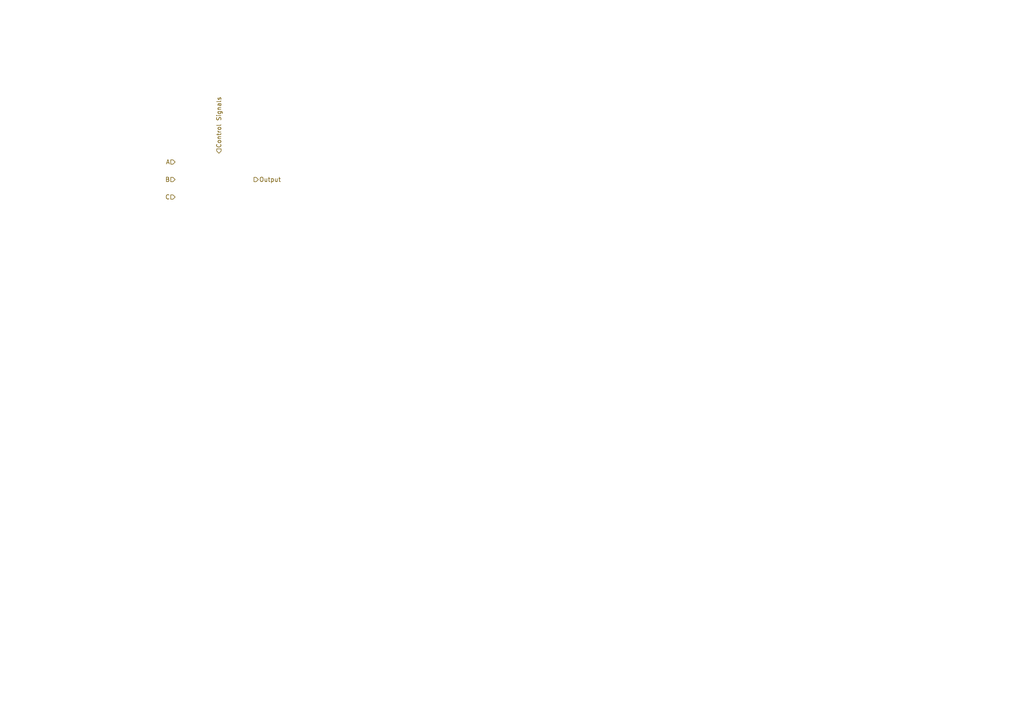
<source format=kicad_sch>
(kicad_sch (version 20230121) (generator eeschema)
  (paper "A4")
  (lib_symbols)
  (hierarchical_label "Output" (shape output) (at 73.66 52.07 0))
  (hierarchical_label "C" (shape input) (at 50.8 57.15 180))
  (hierarchical_label "A" (shape input) (at 50.8 46.99 180))
  (hierarchical_label "Control Signals" (shape input) (at 63.5 44.45 90))
  (hierarchical_label "B" (shape input) (at 50.8 52.07 180))
)
</source>
